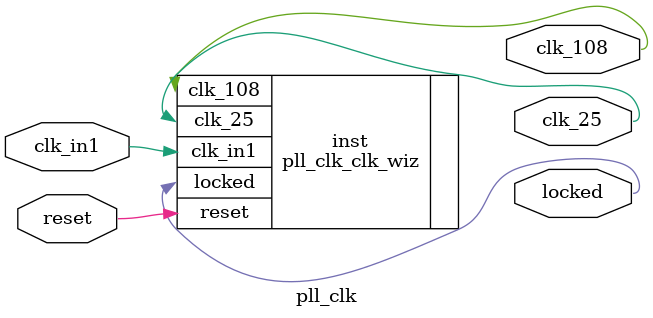
<source format=v>


`timescale 1ps/1ps

(* CORE_GENERATION_INFO = "pll_clk,clk_wiz_v6_0_4_0_0,{component_name=pll_clk,use_phase_alignment=true,use_min_o_jitter=false,use_max_i_jitter=false,use_dyn_phase_shift=false,use_inclk_switchover=false,use_dyn_reconfig=false,enable_axi=0,feedback_source=FDBK_AUTO,PRIMITIVE=PLL,num_out_clk=2,clkin1_period=10.000,clkin2_period=10.000,use_power_down=false,use_reset=true,use_locked=true,use_inclk_stopped=false,feedback_type=SINGLE,CLOCK_MGR_TYPE=NA,manual_override=false}" *)

module pll_clk 
 (
  // Clock out ports
  output        clk_108,
  output        clk_25,
  // Status and control signals
  input         reset,
  output        locked,
 // Clock in ports
  input         clk_in1
 );

  pll_clk_clk_wiz inst
  (
  // Clock out ports  
  .clk_108(clk_108),
  .clk_25(clk_25),
  // Status and control signals               
  .reset(reset), 
  .locked(locked),
 // Clock in ports
  .clk_in1(clk_in1)
  );

endmodule

</source>
